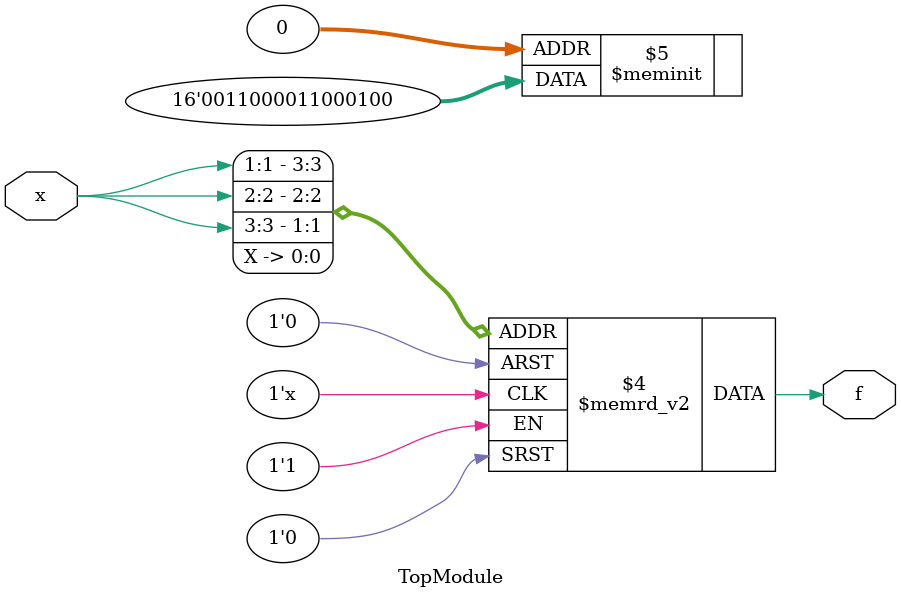
<source format=sv>

module TopModule (
    input [3:0] x,
    output reg f
);

always @(*)
begin
    case({x[1], x[2], x[3], x[4]})
        4'b0000: f = 0;   // x[1]x[2] = 00
        4'b0001: f = 0;   // x[1]x[2] = 01
        4'b0010: f = 1;   // x[1]x[2] = 10
        4'b0011: f = 0;   // x[1]x[2] = 11
        4'b0110: f = 1;   // x[1]x[2] = 22
        4'b0111: f = 1;   // x[1]x[2] = 23
        4'b1100: f = 1;   // x[1]x[2] = 30
        4'b1101: f = 1;   // x[1]x[2] = 31
        4'b1111: f = 0;   // x[1]x[2] = 33
        default: f = 0;   // Don't care cases
    endcase
end

endmodule
</source>
